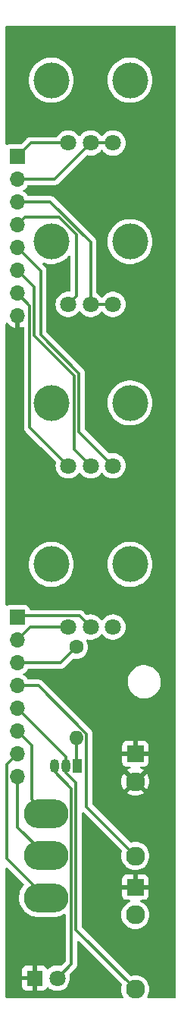
<source format=gtl>
G04 #@! TF.GenerationSoftware,KiCad,Pcbnew,7.0.7-7.0.7~ubuntu22.04.1*
G04 #@! TF.CreationDate,2023-09-25T23:33:45+02:00*
G04 #@! TF.ProjectId,Basic-ADSR,42617369-632d-4414-9453-522e6b696361,rev?*
G04 #@! TF.SameCoordinates,Original*
G04 #@! TF.FileFunction,Copper,L1,Top*
G04 #@! TF.FilePolarity,Positive*
%FSLAX46Y46*%
G04 Gerber Fmt 4.6, Leading zero omitted, Abs format (unit mm)*
G04 Created by KiCad (PCBNEW 7.0.7-7.0.7~ubuntu22.04.1) date 2023-09-25 23:33:45*
%MOMM*%
%LPD*%
G01*
G04 APERTURE LIST*
G04 #@! TA.AperFunction,ComponentPad*
%ADD10R,1.800000X1.800000*%
G04 #@! TD*
G04 #@! TA.AperFunction,ComponentPad*
%ADD11C,1.800000*%
G04 #@! TD*
G04 #@! TA.AperFunction,WasherPad*
%ADD12C,4.000000*%
G04 #@! TD*
G04 #@! TA.AperFunction,ComponentPad*
%ADD13C,1.600000*%
G04 #@! TD*
G04 #@! TA.AperFunction,ComponentPad*
%ADD14O,1.600000X1.600000*%
G04 #@! TD*
G04 #@! TA.AperFunction,ComponentPad*
%ADD15O,5.000000X3.200000*%
G04 #@! TD*
G04 #@! TA.AperFunction,ComponentPad*
%ADD16R,1.930000X1.830000*%
G04 #@! TD*
G04 #@! TA.AperFunction,ComponentPad*
%ADD17C,2.130000*%
G04 #@! TD*
G04 #@! TA.AperFunction,ComponentPad*
%ADD18R,1.050000X1.500000*%
G04 #@! TD*
G04 #@! TA.AperFunction,ComponentPad*
%ADD19O,1.050000X1.500000*%
G04 #@! TD*
G04 #@! TA.AperFunction,ComponentPad*
%ADD20R,1.700000X1.700000*%
G04 #@! TD*
G04 #@! TA.AperFunction,ComponentPad*
%ADD21O,1.700000X1.700000*%
G04 #@! TD*
G04 #@! TA.AperFunction,Conductor*
%ADD22C,0.300000*%
G04 #@! TD*
G04 APERTURE END LIST*
D10*
X67725000Y-140750000D03*
D11*
X70265000Y-140750000D03*
D12*
X69600000Y-76600000D03*
X78400000Y-76600000D03*
D11*
X71500000Y-83600000D03*
X74000000Y-83600000D03*
X76500000Y-83600000D03*
D13*
X72400000Y-103820000D03*
D14*
X72400000Y-113980000D03*
D12*
X69600000Y-58600000D03*
X78400000Y-58600000D03*
D11*
X71500000Y-65600000D03*
X74000000Y-65600000D03*
X76500000Y-65600000D03*
D12*
X69600000Y-94600000D03*
X78400000Y-94600000D03*
D11*
X71500000Y-101600000D03*
X74000000Y-101600000D03*
X76500000Y-101600000D03*
D15*
X69000000Y-131800000D03*
X69000000Y-127100000D03*
X69000000Y-122400000D03*
D16*
X79000000Y-130600000D03*
D17*
X79000000Y-142000000D03*
X79000000Y-133700000D03*
D16*
X79000000Y-115720000D03*
D17*
X79000000Y-127120000D03*
X79000000Y-118820000D03*
D12*
X69600000Y-40600000D03*
X78400000Y-40600000D03*
D11*
X71500000Y-47600000D03*
X74000000Y-47600000D03*
X76500000Y-47600000D03*
D18*
X72470000Y-117100000D03*
D19*
X71200000Y-117100000D03*
X69930000Y-117100000D03*
D20*
X65800000Y-49100000D03*
D21*
X65800000Y-51640000D03*
X65800000Y-54180000D03*
X65800000Y-56720000D03*
X65800000Y-59260000D03*
X65800000Y-61800000D03*
X65800000Y-64340000D03*
X65800000Y-66880000D03*
D20*
X65800000Y-100500000D03*
D21*
X65800000Y-103040000D03*
X65800000Y-105580000D03*
X65800000Y-108120000D03*
X65800000Y-110660000D03*
X65800000Y-113200000D03*
X65800000Y-115740000D03*
X65800000Y-118280000D03*
D22*
X65800000Y-105580000D02*
X70640000Y-105580000D01*
X70640000Y-105580000D02*
X72400000Y-103820000D01*
X69960000Y-51640000D02*
X65800000Y-51640000D01*
X74000000Y-47600000D02*
X76500000Y-47600000D01*
X74000000Y-47600000D02*
X69960000Y-51640000D01*
X67300000Y-47600000D02*
X65800000Y-49100000D01*
X71500000Y-47600000D02*
X67300000Y-47600000D01*
X67400000Y-114800000D02*
X65800000Y-113200000D01*
X67400000Y-120800000D02*
X67400000Y-114800000D01*
X69000000Y-122400000D02*
X67400000Y-120800000D01*
X64600000Y-116940000D02*
X65800000Y-115740000D01*
X64600000Y-127400000D02*
X64600000Y-116940000D01*
X69000000Y-131800000D02*
X64600000Y-127400000D01*
X71500000Y-101600000D02*
X67240000Y-101600000D01*
X67240000Y-101600000D02*
X65800000Y-103040000D01*
X71500000Y-65600000D02*
X72400000Y-64700000D01*
X72400000Y-64700000D02*
X72400000Y-57800000D01*
X72400000Y-57800000D02*
X70470000Y-55870000D01*
X70470000Y-55870000D02*
X66650000Y-55870000D01*
X66650000Y-55870000D02*
X65800000Y-56720000D01*
X72350000Y-118955000D02*
X71200000Y-117805000D01*
X79000000Y-142000000D02*
X72350000Y-135350000D01*
X71200000Y-116060000D02*
X65800000Y-110660000D01*
X71200000Y-117805000D02*
X71200000Y-117100000D01*
X72350000Y-135350000D02*
X72350000Y-118955000D01*
X71200000Y-117100000D02*
X71200000Y-116060000D01*
X76500000Y-65600000D02*
X74000000Y-65600000D01*
X74000000Y-58692894D02*
X69487106Y-54180000D01*
X74000000Y-65600000D02*
X74000000Y-58692894D01*
X69487106Y-54180000D02*
X65800000Y-54180000D01*
X73550000Y-113503654D02*
X68166346Y-108120000D01*
X73550000Y-121670000D02*
X73550000Y-113503654D01*
X79000000Y-127120000D02*
X73550000Y-121670000D01*
X68166346Y-108120000D02*
X65800000Y-108120000D01*
X68400000Y-69000000D02*
X68400000Y-61860000D01*
X72700000Y-79800000D02*
X72700000Y-73300000D01*
X68400000Y-61860000D02*
X65800000Y-59260000D01*
X72700000Y-73300000D02*
X68400000Y-69000000D01*
X76500000Y-83600000D02*
X72700000Y-79800000D01*
X67700000Y-69100000D02*
X67700000Y-63700000D01*
X74000000Y-83600000D02*
X72200000Y-81800000D01*
X72200000Y-81800000D02*
X72200000Y-73600000D01*
X72200000Y-73600000D02*
X67700000Y-69100000D01*
X67700000Y-63700000D02*
X65800000Y-61800000D01*
X67200000Y-65740000D02*
X65800000Y-64340000D01*
X71500000Y-83600000D02*
X67200000Y-79300000D01*
X67200000Y-79300000D02*
X67200000Y-65740000D01*
X65950000Y-100350000D02*
X65800000Y-100500000D01*
X72750000Y-100350000D02*
X65950000Y-100350000D01*
X74000000Y-101600000D02*
X72750000Y-100350000D01*
X71850000Y-119620000D02*
X71850000Y-139165000D01*
X71850000Y-139165000D02*
X70265000Y-140750000D01*
X69930000Y-117100000D02*
X69930000Y-117700000D01*
X69930000Y-117700000D02*
X71850000Y-119620000D01*
X72400000Y-117030000D02*
X72470000Y-117100000D01*
X72400000Y-113980000D02*
X72400000Y-117030000D01*
X69000000Y-127100000D02*
X65800000Y-123900000D01*
X65800000Y-123900000D02*
X65800000Y-118280000D01*
G04 #@! TA.AperFunction,Conductor*
G36*
X64705703Y-128437409D02*
G01*
X64712181Y-128443441D01*
X66508055Y-130239315D01*
X66541540Y-130300638D01*
X66536556Y-130370330D01*
X66516562Y-130405251D01*
X66373393Y-130581228D01*
X66223516Y-130827690D01*
X66108600Y-131092254D01*
X66030778Y-131370004D01*
X66030777Y-131370011D01*
X65991500Y-131655775D01*
X65991500Y-131944225D01*
X66020696Y-132156647D01*
X66030777Y-132229988D01*
X66030778Y-132229995D01*
X66108600Y-132507745D01*
X66223516Y-132772309D01*
X66373393Y-133018771D01*
X66555428Y-133242522D01*
X66766236Y-133439404D01*
X66766238Y-133439405D01*
X66766242Y-133439409D01*
X67001896Y-133605752D01*
X67001895Y-133605752D01*
X67001897Y-133605753D01*
X67258008Y-133738459D01*
X67456030Y-133808836D01*
X67529798Y-133835053D01*
X67529814Y-133835058D01*
X67730319Y-133876722D01*
X67812220Y-133893741D01*
X67812221Y-133893742D01*
X67848180Y-133896201D01*
X68027971Y-133908500D01*
X68027976Y-133908500D01*
X69972024Y-133908500D01*
X69972029Y-133908500D01*
X70187778Y-133893742D01*
X70314870Y-133867331D01*
X70470185Y-133835058D01*
X70470191Y-133835055D01*
X70470196Y-133835055D01*
X70741992Y-133738459D01*
X70998103Y-133605753D01*
X70998107Y-133605750D01*
X71001724Y-133603551D01*
X71002602Y-133604996D01*
X71062065Y-133584666D01*
X71129903Y-133601394D01*
X71177928Y-133652141D01*
X71191500Y-133708547D01*
X71191500Y-138840877D01*
X71171815Y-138907916D01*
X71155181Y-138928558D01*
X70735074Y-139348664D01*
X70673751Y-139382149D01*
X70617446Y-139379118D01*
X70616925Y-139381179D01*
X70611956Y-139379920D01*
X70420085Y-139347903D01*
X70381712Y-139341500D01*
X70148288Y-139341500D01*
X70105356Y-139348664D01*
X69918045Y-139379920D01*
X69697280Y-139455710D01*
X69697266Y-139455716D01*
X69491988Y-139566806D01*
X69491985Y-139566808D01*
X69307781Y-139710181D01*
X69307776Y-139710185D01*
X69301346Y-139717170D01*
X69241457Y-139753157D01*
X69171619Y-139751052D01*
X69114005Y-139711524D01*
X69093940Y-139676513D01*
X69068355Y-139607915D01*
X69068350Y-139607906D01*
X68982190Y-139492812D01*
X68982187Y-139492809D01*
X68867093Y-139406649D01*
X68867086Y-139406645D01*
X68732379Y-139356403D01*
X68732372Y-139356401D01*
X68672844Y-139350000D01*
X67975000Y-139350000D01*
X67975000Y-140188178D01*
X67955315Y-140255217D01*
X67902511Y-140300972D01*
X67833353Y-140310916D01*
X67814454Y-140306670D01*
X67792829Y-140300000D01*
X67792827Y-140300000D01*
X67691276Y-140300000D01*
X67691268Y-140300000D01*
X67617481Y-140311122D01*
X67548256Y-140301649D01*
X67495143Y-140256254D01*
X67475003Y-140189350D01*
X67475000Y-140188507D01*
X67475000Y-139350000D01*
X66777155Y-139350000D01*
X66717627Y-139356401D01*
X66717620Y-139356403D01*
X66582913Y-139406645D01*
X66582906Y-139406649D01*
X66467812Y-139492809D01*
X66467809Y-139492812D01*
X66381649Y-139607906D01*
X66381645Y-139607913D01*
X66331403Y-139742620D01*
X66331401Y-139742627D01*
X66325000Y-139802155D01*
X66325000Y-140500000D01*
X67164997Y-140500000D01*
X67232036Y-140519685D01*
X67277791Y-140572489D01*
X67287735Y-140641647D01*
X67285888Y-140651592D01*
X67271189Y-140715992D01*
X67271189Y-140715993D01*
X67282021Y-140860532D01*
X67279920Y-140860689D01*
X67276405Y-140918139D01*
X67235110Y-140974499D01*
X67169899Y-140999587D01*
X67159784Y-141000000D01*
X66325000Y-141000000D01*
X66325000Y-141697844D01*
X66331401Y-141757372D01*
X66331403Y-141757379D01*
X66381645Y-141892086D01*
X66381649Y-141892093D01*
X66467809Y-142007187D01*
X66467812Y-142007190D01*
X66582906Y-142093350D01*
X66582913Y-142093354D01*
X66717620Y-142143596D01*
X66717627Y-142143598D01*
X66777155Y-142149999D01*
X66777172Y-142150000D01*
X67475000Y-142150000D01*
X67475000Y-141311821D01*
X67494685Y-141244782D01*
X67547489Y-141199027D01*
X67616647Y-141189083D01*
X67635547Y-141193329D01*
X67657173Y-141200000D01*
X67758723Y-141200000D01*
X67758724Y-141200000D01*
X67832519Y-141188877D01*
X67901742Y-141198350D01*
X67954857Y-141243744D01*
X67974997Y-141310648D01*
X67975000Y-141311492D01*
X67975000Y-142150000D01*
X68672828Y-142150000D01*
X68672844Y-142149999D01*
X68732372Y-142143598D01*
X68732379Y-142143596D01*
X68867086Y-142093354D01*
X68867093Y-142093350D01*
X68982187Y-142007190D01*
X68982190Y-142007187D01*
X69068350Y-141892093D01*
X69068355Y-141892084D01*
X69093940Y-141823486D01*
X69135810Y-141767552D01*
X69201274Y-141743134D01*
X69269547Y-141757985D01*
X69301349Y-141782832D01*
X69307780Y-141789818D01*
X69491983Y-141933190D01*
X69491985Y-141933191D01*
X69491988Y-141933193D01*
X69611331Y-141997777D01*
X69697273Y-142044287D01*
X69811914Y-142083643D01*
X69918045Y-142120079D01*
X69918047Y-142120079D01*
X69918049Y-142120080D01*
X70148288Y-142158500D01*
X70148289Y-142158500D01*
X70381711Y-142158500D01*
X70381712Y-142158500D01*
X70611951Y-142120080D01*
X70832727Y-142044287D01*
X71038017Y-141933190D01*
X71222220Y-141789818D01*
X71380314Y-141618083D01*
X71507984Y-141422669D01*
X71601749Y-141208907D01*
X71659051Y-140982626D01*
X71678327Y-140750000D01*
X71675509Y-140715993D01*
X71659052Y-140517382D01*
X71659050Y-140517370D01*
X71629838Y-140402015D01*
X71632463Y-140332195D01*
X71662361Y-140283896D01*
X72254543Y-139691715D01*
X72267211Y-139681568D01*
X72267065Y-139681392D01*
X72273071Y-139676421D01*
X72273080Y-139676416D01*
X72322960Y-139623298D01*
X72344926Y-139601333D01*
X72349488Y-139595451D01*
X72353280Y-139591010D01*
X72386972Y-139555133D01*
X72397375Y-139536208D01*
X72408061Y-139519940D01*
X72421304Y-139502869D01*
X72440850Y-139457699D01*
X72443410Y-139452470D01*
X72467124Y-139409337D01*
X72472496Y-139388409D01*
X72478796Y-139370009D01*
X72487379Y-139350177D01*
X72495077Y-139301571D01*
X72496257Y-139295865D01*
X72508500Y-139248188D01*
X72508500Y-139226581D01*
X72510027Y-139207180D01*
X72513406Y-139185849D01*
X72508775Y-139136858D01*
X72508500Y-139131020D01*
X72508500Y-136739122D01*
X72528185Y-136672083D01*
X72580989Y-136626328D01*
X72650147Y-136616384D01*
X72713703Y-136645409D01*
X72720181Y-136651441D01*
X77465677Y-141396937D01*
X77499162Y-141458260D01*
X77498570Y-141513565D01*
X77441065Y-141753091D01*
X77421634Y-141999999D01*
X77441065Y-142246906D01*
X77441065Y-142246909D01*
X77441066Y-142246911D01*
X77498885Y-142487742D01*
X77498886Y-142487744D01*
X77593665Y-142716563D01*
X77651359Y-142810710D01*
X77669604Y-142878156D01*
X77648488Y-142944758D01*
X77594716Y-142989372D01*
X77545632Y-142999500D01*
X64624500Y-142999500D01*
X64557461Y-142979815D01*
X64511706Y-142927011D01*
X64500500Y-142875500D01*
X64500500Y-128531122D01*
X64520185Y-128464083D01*
X64572989Y-128418328D01*
X64642147Y-128408384D01*
X64705703Y-128437409D01*
G37*
G04 #@! TD.AperFunction*
G04 #@! TA.AperFunction,Conductor*
G36*
X83442539Y-34520185D02*
G01*
X83488294Y-34572989D01*
X83499500Y-34624500D01*
X83499500Y-142875500D01*
X83479815Y-142942539D01*
X83427011Y-142988294D01*
X83375500Y-142999500D01*
X80454368Y-142999500D01*
X80387329Y-142979815D01*
X80341574Y-142927011D01*
X80331630Y-142857853D01*
X80348641Y-142810710D01*
X80406334Y-142716563D01*
X80406333Y-142716562D01*
X80501115Y-142487742D01*
X80558934Y-142246911D01*
X80578366Y-142000000D01*
X80558934Y-141753089D01*
X80501115Y-141512258D01*
X80406334Y-141283437D01*
X80276925Y-141072260D01*
X80116073Y-140883927D01*
X79927740Y-140723075D01*
X79716563Y-140593666D01*
X79716562Y-140593665D01*
X79716558Y-140593663D01*
X79523416Y-140513662D01*
X79487742Y-140498885D01*
X79246911Y-140441066D01*
X79246909Y-140441065D01*
X79246906Y-140441065D01*
X79028358Y-140423865D01*
X79000000Y-140421634D01*
X78999999Y-140421634D01*
X78753091Y-140441065D01*
X78513564Y-140498570D01*
X78443781Y-140495079D01*
X78396936Y-140465677D01*
X73044819Y-135113559D01*
X73011334Y-135052236D01*
X73008500Y-135025878D01*
X73008500Y-133700000D01*
X77421634Y-133700000D01*
X77441065Y-133946906D01*
X77441065Y-133946909D01*
X77441066Y-133946911D01*
X77498885Y-134187742D01*
X77498886Y-134187744D01*
X77593663Y-134416558D01*
X77593665Y-134416562D01*
X77593666Y-134416563D01*
X77723075Y-134627740D01*
X77883927Y-134816073D01*
X78072260Y-134976925D01*
X78283437Y-135106334D01*
X78283439Y-135106334D01*
X78283441Y-135106336D01*
X78354786Y-135135888D01*
X78512258Y-135201115D01*
X78753089Y-135258934D01*
X79000000Y-135278366D01*
X79246911Y-135258934D01*
X79487742Y-135201115D01*
X79716563Y-135106334D01*
X79927740Y-134976925D01*
X80116073Y-134816073D01*
X80276925Y-134627740D01*
X80406334Y-134416563D01*
X80501115Y-134187742D01*
X80558934Y-133946911D01*
X80578366Y-133700000D01*
X80558934Y-133453089D01*
X80501115Y-133212258D01*
X80406334Y-132983437D01*
X80276925Y-132772260D01*
X80116073Y-132583927D01*
X79927740Y-132423075D01*
X79716563Y-132293666D01*
X79716561Y-132293665D01*
X79716556Y-132293662D01*
X79619742Y-132253561D01*
X79565338Y-132209720D01*
X79543273Y-132143426D01*
X79560552Y-132075727D01*
X79611689Y-132028116D01*
X79667194Y-132015000D01*
X80012828Y-132015000D01*
X80012844Y-132014999D01*
X80072372Y-132008598D01*
X80072379Y-132008596D01*
X80207086Y-131958354D01*
X80207093Y-131958350D01*
X80322187Y-131872190D01*
X80322190Y-131872187D01*
X80408350Y-131757093D01*
X80408354Y-131757086D01*
X80458596Y-131622379D01*
X80458598Y-131622372D01*
X80464999Y-131562844D01*
X80465000Y-131562827D01*
X80465000Y-130850000D01*
X79723199Y-130850000D01*
X79656160Y-130830315D01*
X79610405Y-130777511D01*
X79600461Y-130708353D01*
X79601396Y-130702764D01*
X79613635Y-130638607D01*
X79603957Y-130484789D01*
X79603956Y-130484788D01*
X79603768Y-130481787D01*
X79619204Y-130413643D01*
X79669030Y-130364663D01*
X79727523Y-130350000D01*
X80465000Y-130350000D01*
X80465000Y-129637172D01*
X80464999Y-129637155D01*
X80458598Y-129577627D01*
X80458596Y-129577620D01*
X80408354Y-129442913D01*
X80408350Y-129442906D01*
X80322190Y-129327812D01*
X80322187Y-129327809D01*
X80207093Y-129241649D01*
X80207086Y-129241645D01*
X80072379Y-129191403D01*
X80072372Y-129191401D01*
X80012844Y-129185000D01*
X79250000Y-129185000D01*
X79250000Y-129874543D01*
X79230315Y-129941582D01*
X79177511Y-129987337D01*
X79108353Y-129997281D01*
X79095166Y-129994648D01*
X79077064Y-129990000D01*
X79077061Y-129990000D01*
X78961625Y-129990000D01*
X78961615Y-129990000D01*
X78889542Y-129999106D01*
X78820564Y-129987979D01*
X78768551Y-129941327D01*
X78750000Y-129876084D01*
X78750000Y-129185000D01*
X77987155Y-129185000D01*
X77927627Y-129191401D01*
X77927620Y-129191403D01*
X77792913Y-129241645D01*
X77792906Y-129241649D01*
X77677812Y-129327809D01*
X77677809Y-129327812D01*
X77591649Y-129442906D01*
X77591645Y-129442913D01*
X77541403Y-129577620D01*
X77541401Y-129577627D01*
X77535000Y-129637155D01*
X77535000Y-130350000D01*
X78276801Y-130350000D01*
X78343840Y-130369685D01*
X78389595Y-130422489D01*
X78399539Y-130491647D01*
X78398604Y-130497236D01*
X78386365Y-130561392D01*
X78386365Y-130561393D01*
X78396232Y-130718213D01*
X78380796Y-130786357D01*
X78330970Y-130835337D01*
X78272477Y-130850000D01*
X77535000Y-130850000D01*
X77535000Y-131562844D01*
X77541401Y-131622372D01*
X77541403Y-131622379D01*
X77591645Y-131757086D01*
X77591649Y-131757093D01*
X77677809Y-131872187D01*
X77677812Y-131872190D01*
X77792906Y-131958350D01*
X77792913Y-131958354D01*
X77927620Y-132008596D01*
X77927627Y-132008598D01*
X77987155Y-132014999D01*
X77987172Y-132015000D01*
X78332806Y-132015000D01*
X78399845Y-132034685D01*
X78445600Y-132087489D01*
X78455544Y-132156647D01*
X78426519Y-132220203D01*
X78380258Y-132253561D01*
X78283443Y-132293662D01*
X78072259Y-132423075D01*
X77883927Y-132583927D01*
X77723075Y-132772259D01*
X77593663Y-132983441D01*
X77498886Y-133212255D01*
X77441065Y-133453093D01*
X77421634Y-133700000D01*
X73008500Y-133700000D01*
X73008500Y-122359122D01*
X73028185Y-122292083D01*
X73080989Y-122246328D01*
X73150147Y-122236384D01*
X73213703Y-122265409D01*
X73220181Y-122271441D01*
X77465677Y-126516937D01*
X77499162Y-126578260D01*
X77498570Y-126633565D01*
X77441065Y-126873091D01*
X77421634Y-127119999D01*
X77441065Y-127366906D01*
X77441065Y-127366909D01*
X77441066Y-127366911D01*
X77498885Y-127607742D01*
X77498886Y-127607744D01*
X77593663Y-127836558D01*
X77593665Y-127836562D01*
X77593666Y-127836563D01*
X77723075Y-128047740D01*
X77883927Y-128236073D01*
X78072260Y-128396925D01*
X78283437Y-128526334D01*
X78283439Y-128526334D01*
X78283441Y-128526336D01*
X78294996Y-128531122D01*
X78512258Y-128621115D01*
X78753089Y-128678934D01*
X79000000Y-128698366D01*
X79246911Y-128678934D01*
X79487742Y-128621115D01*
X79716563Y-128526334D01*
X79927740Y-128396925D01*
X80116073Y-128236073D01*
X80276925Y-128047740D01*
X80406334Y-127836563D01*
X80501115Y-127607742D01*
X80558934Y-127366911D01*
X80578366Y-127120000D01*
X80558934Y-126873089D01*
X80501115Y-126632258D01*
X80406334Y-126403437D01*
X80276925Y-126192260D01*
X80116073Y-126003927D01*
X79927740Y-125843075D01*
X79716563Y-125713666D01*
X79716562Y-125713665D01*
X79716558Y-125713663D01*
X79487744Y-125618886D01*
X79487742Y-125618885D01*
X79246911Y-125561066D01*
X79246909Y-125561065D01*
X79246906Y-125561065D01*
X79000000Y-125541634D01*
X78753091Y-125561065D01*
X78513565Y-125618570D01*
X78443782Y-125615079D01*
X78396937Y-125585677D01*
X74244819Y-121433559D01*
X74211334Y-121372236D01*
X74208500Y-121345878D01*
X74208500Y-118819999D01*
X77430161Y-118819999D01*
X77449487Y-119065574D01*
X77506992Y-119305102D01*
X77601262Y-119532692D01*
X77727597Y-119738849D01*
X78237807Y-119228638D01*
X78299130Y-119195153D01*
X78368821Y-119200137D01*
X78418303Y-119234092D01*
X78525723Y-119355344D01*
X78525725Y-119355346D01*
X78576313Y-119390264D01*
X78576314Y-119390265D01*
X78620304Y-119444548D01*
X78627964Y-119513996D01*
X78596861Y-119576561D01*
X78593555Y-119579996D01*
X78081149Y-120092401D01*
X78081149Y-120092402D01*
X78287307Y-120218737D01*
X78514897Y-120313007D01*
X78754426Y-120370512D01*
X78754425Y-120370512D01*
X79000000Y-120389838D01*
X79245574Y-120370512D01*
X79485102Y-120313007D01*
X79712689Y-120218738D01*
X79918849Y-120092401D01*
X79406443Y-119579996D01*
X79372958Y-119518673D01*
X79377942Y-119448982D01*
X79419813Y-119393048D01*
X79423650Y-119390289D01*
X79474275Y-119355346D01*
X79581697Y-119234091D01*
X79640883Y-119196967D01*
X79710749Y-119197734D01*
X79762191Y-119228639D01*
X80272401Y-119738849D01*
X80398738Y-119532689D01*
X80493007Y-119305102D01*
X80550512Y-119065574D01*
X80569838Y-118820000D01*
X80550512Y-118574425D01*
X80493007Y-118334897D01*
X80398737Y-118107307D01*
X80272401Y-117901149D01*
X79762191Y-118411360D01*
X79700868Y-118444845D01*
X79631176Y-118439861D01*
X79581695Y-118405906D01*
X79474275Y-118284654D01*
X79474274Y-118284653D01*
X79474273Y-118284652D01*
X79423683Y-118249732D01*
X79379693Y-118195449D01*
X79372034Y-118126001D01*
X79403138Y-118063436D01*
X79406443Y-118060002D01*
X79918849Y-117547597D01*
X79918849Y-117547596D01*
X79712691Y-117421262D01*
X79712688Y-117421260D01*
X79597530Y-117373561D01*
X79543126Y-117329720D01*
X79521061Y-117263426D01*
X79538340Y-117195727D01*
X79589477Y-117148116D01*
X79644982Y-117135000D01*
X80012828Y-117135000D01*
X80012844Y-117134999D01*
X80072372Y-117128598D01*
X80072379Y-117128596D01*
X80207086Y-117078354D01*
X80207093Y-117078350D01*
X80322187Y-116992190D01*
X80322190Y-116992187D01*
X80408350Y-116877093D01*
X80408354Y-116877086D01*
X80458596Y-116742379D01*
X80458598Y-116742372D01*
X80464999Y-116682844D01*
X80465000Y-116682827D01*
X80465000Y-115970000D01*
X79723199Y-115970000D01*
X79656160Y-115950315D01*
X79610405Y-115897511D01*
X79600461Y-115828353D01*
X79601396Y-115822764D01*
X79613635Y-115758607D01*
X79603957Y-115604789D01*
X79603956Y-115604788D01*
X79603768Y-115601787D01*
X79619204Y-115533643D01*
X79669030Y-115484663D01*
X79727523Y-115470000D01*
X80465000Y-115470000D01*
X80465000Y-114757172D01*
X80464999Y-114757155D01*
X80458598Y-114697627D01*
X80458596Y-114697620D01*
X80408354Y-114562913D01*
X80408350Y-114562906D01*
X80322190Y-114447812D01*
X80322187Y-114447809D01*
X80207093Y-114361649D01*
X80207086Y-114361645D01*
X80072379Y-114311403D01*
X80072372Y-114311401D01*
X80012844Y-114305000D01*
X79250000Y-114305000D01*
X79250000Y-114994543D01*
X79230315Y-115061582D01*
X79177511Y-115107337D01*
X79108353Y-115117281D01*
X79095166Y-115114648D01*
X79077064Y-115110000D01*
X79077061Y-115110000D01*
X78961625Y-115110000D01*
X78961615Y-115110000D01*
X78889542Y-115119106D01*
X78820564Y-115107979D01*
X78768551Y-115061327D01*
X78750000Y-114996084D01*
X78750000Y-114305000D01*
X77987155Y-114305000D01*
X77927627Y-114311401D01*
X77927620Y-114311403D01*
X77792913Y-114361645D01*
X77792906Y-114361649D01*
X77677812Y-114447809D01*
X77677809Y-114447812D01*
X77591649Y-114562906D01*
X77591645Y-114562913D01*
X77541403Y-114697620D01*
X77541401Y-114697627D01*
X77535000Y-114757155D01*
X77535000Y-115470000D01*
X78276801Y-115470000D01*
X78343840Y-115489685D01*
X78389595Y-115542489D01*
X78399539Y-115611647D01*
X78398604Y-115617236D01*
X78386365Y-115681392D01*
X78386365Y-115681393D01*
X78396232Y-115838213D01*
X78380796Y-115906357D01*
X78330970Y-115955337D01*
X78272477Y-115970000D01*
X77535000Y-115970000D01*
X77535000Y-116682844D01*
X77541401Y-116742372D01*
X77541403Y-116742379D01*
X77591645Y-116877086D01*
X77591649Y-116877093D01*
X77677809Y-116992187D01*
X77677812Y-116992190D01*
X77792906Y-117078350D01*
X77792913Y-117078354D01*
X77927620Y-117128596D01*
X77927627Y-117128598D01*
X77987155Y-117134999D01*
X77987172Y-117135000D01*
X78355018Y-117135000D01*
X78422057Y-117154685D01*
X78467812Y-117207489D01*
X78477756Y-117276647D01*
X78448731Y-117340203D01*
X78402470Y-117373561D01*
X78287311Y-117421260D01*
X78287308Y-117421262D01*
X78081149Y-117547597D01*
X78593556Y-118060003D01*
X78627041Y-118121326D01*
X78622057Y-118191017D01*
X78580186Y-118246951D01*
X78576315Y-118249734D01*
X78525723Y-118284655D01*
X78418304Y-118405906D01*
X78359115Y-118443033D01*
X78289249Y-118442265D01*
X78237808Y-118411360D01*
X77727597Y-117901149D01*
X77601262Y-118107307D01*
X77506992Y-118334897D01*
X77449487Y-118574425D01*
X77430161Y-118819999D01*
X74208500Y-118819999D01*
X74208500Y-113590045D01*
X74210282Y-113573901D01*
X74210055Y-113573880D01*
X74210787Y-113566124D01*
X74210789Y-113566117D01*
X74208500Y-113493279D01*
X74208500Y-113462222D01*
X74207565Y-113454831D01*
X74207108Y-113449013D01*
X74206334Y-113424373D01*
X74205563Y-113399823D01*
X74199534Y-113379075D01*
X74195589Y-113360024D01*
X74192882Y-113338590D01*
X74174756Y-113292810D01*
X74172881Y-113287334D01*
X74159145Y-113240054D01*
X74148149Y-113221462D01*
X74139589Y-113203989D01*
X74138010Y-113200000D01*
X74131635Y-113183898D01*
X74131631Y-113183892D01*
X74102711Y-113144088D01*
X74099502Y-113139203D01*
X74087979Y-113119719D01*
X74074453Y-113096847D01*
X74074449Y-113096843D01*
X74074446Y-113096839D01*
X74059175Y-113081568D01*
X74046537Y-113066772D01*
X74033839Y-113049294D01*
X73995921Y-113017926D01*
X73991598Y-113013992D01*
X68745369Y-107767763D01*
X78145787Y-107767763D01*
X78175413Y-108037013D01*
X78175415Y-108037024D01*
X78243926Y-108299082D01*
X78243928Y-108299088D01*
X78349870Y-108548390D01*
X78421998Y-108666575D01*
X78490979Y-108779605D01*
X78490986Y-108779615D01*
X78664253Y-108987819D01*
X78664259Y-108987824D01*
X78825649Y-109132429D01*
X78865998Y-109168582D01*
X79091910Y-109318044D01*
X79337176Y-109433020D01*
X79337183Y-109433022D01*
X79337185Y-109433023D01*
X79596557Y-109511057D01*
X79596564Y-109511058D01*
X79596569Y-109511060D01*
X79864561Y-109550500D01*
X79864566Y-109550500D01*
X80067636Y-109550500D01*
X80119133Y-109546730D01*
X80270156Y-109535677D01*
X80382758Y-109510593D01*
X80534546Y-109476782D01*
X80534548Y-109476781D01*
X80534553Y-109476780D01*
X80787558Y-109380014D01*
X81023777Y-109247441D01*
X81238177Y-109081888D01*
X81426186Y-108886881D01*
X81583799Y-108666579D01*
X81657967Y-108522321D01*
X81707649Y-108425690D01*
X81707651Y-108425684D01*
X81707656Y-108425675D01*
X81795118Y-108169305D01*
X81844319Y-107902933D01*
X81854212Y-107632235D01*
X81824586Y-107362982D01*
X81756072Y-107100912D01*
X81650130Y-106851610D01*
X81509018Y-106620390D01*
X81477824Y-106582906D01*
X81335746Y-106412180D01*
X81335740Y-106412175D01*
X81134002Y-106231418D01*
X80908092Y-106081957D01*
X80869447Y-106063841D01*
X80662824Y-105966980D01*
X80662819Y-105966978D01*
X80662814Y-105966976D01*
X80403442Y-105888942D01*
X80403428Y-105888939D01*
X80287791Y-105871921D01*
X80135439Y-105849500D01*
X79932369Y-105849500D01*
X79932364Y-105849500D01*
X79729844Y-105864323D01*
X79729831Y-105864325D01*
X79465453Y-105923217D01*
X79465446Y-105923220D01*
X79212439Y-106019987D01*
X78976226Y-106152557D01*
X78976224Y-106152558D01*
X78976223Y-106152559D01*
X78943080Y-106178151D01*
X78761822Y-106318112D01*
X78573822Y-106513109D01*
X78573816Y-106513116D01*
X78416202Y-106733419D01*
X78416199Y-106733424D01*
X78292350Y-106974309D01*
X78292343Y-106974327D01*
X78204884Y-107230685D01*
X78204882Y-107230695D01*
X78156765Y-107491201D01*
X78155681Y-107497068D01*
X78155680Y-107497075D01*
X78145787Y-107767763D01*
X68745369Y-107767763D01*
X68693063Y-107715457D01*
X68682910Y-107702785D01*
X68682734Y-107702931D01*
X68677765Y-107696926D01*
X68677762Y-107696920D01*
X68652100Y-107672822D01*
X68624661Y-107647054D01*
X68602679Y-107625072D01*
X68596785Y-107620501D01*
X68592348Y-107616711D01*
X68556479Y-107583028D01*
X68556477Y-107583026D01*
X68537546Y-107572619D01*
X68521294Y-107561944D01*
X68504214Y-107548696D01*
X68504210Y-107548694D01*
X68459048Y-107529150D01*
X68453801Y-107526580D01*
X68410683Y-107502875D01*
X68410684Y-107502875D01*
X68389757Y-107497502D01*
X68371352Y-107491201D01*
X68351520Y-107482619D01*
X68302915Y-107474921D01*
X68297193Y-107473736D01*
X68263534Y-107465094D01*
X68249534Y-107461500D01*
X68249533Y-107461500D01*
X68227927Y-107461500D01*
X68208529Y-107459973D01*
X68199949Y-107458614D01*
X68187195Y-107456594D01*
X68187194Y-107456594D01*
X68138201Y-107461225D01*
X68132365Y-107461500D01*
X67059623Y-107461500D01*
X66992584Y-107441815D01*
X66955815Y-107405322D01*
X66895573Y-107313116D01*
X66875722Y-107282732D01*
X66875719Y-107282729D01*
X66875715Y-107282723D01*
X66723243Y-107117097D01*
X66723238Y-107117092D01*
X66545577Y-106978812D01*
X66545578Y-106978812D01*
X66545576Y-106978811D01*
X66509070Y-106959055D01*
X66459479Y-106909836D01*
X66444371Y-106841619D01*
X66468541Y-106776064D01*
X66509070Y-106740945D01*
X66509084Y-106740936D01*
X66545576Y-106721189D01*
X66723240Y-106582906D01*
X66875722Y-106417268D01*
X66940504Y-106318112D01*
X66955815Y-106294678D01*
X67008961Y-106249321D01*
X67059623Y-106238500D01*
X70553609Y-106238500D01*
X70569746Y-106240281D01*
X70569768Y-106240054D01*
X70577534Y-106240788D01*
X70577536Y-106240787D01*
X70577537Y-106240788D01*
X70650342Y-106238500D01*
X70681432Y-106238500D01*
X70688822Y-106237566D01*
X70694651Y-106237107D01*
X70743831Y-106235562D01*
X70764583Y-106229532D01*
X70783621Y-106225590D01*
X70805064Y-106222882D01*
X70850834Y-106204760D01*
X70856348Y-106202873D01*
X70882875Y-106195165D01*
X70903600Y-106189145D01*
X70922196Y-106178146D01*
X70939664Y-106169589D01*
X70959756Y-106161635D01*
X70999582Y-106132698D01*
X71004441Y-106129506D01*
X71046807Y-106104453D01*
X71062090Y-106089168D01*
X71076873Y-106076542D01*
X71094357Y-106063841D01*
X71125731Y-106025914D01*
X71129645Y-106021613D01*
X72015454Y-105135804D01*
X72076775Y-105102321D01*
X72135228Y-105103712D01*
X72171913Y-105113543D01*
X72360087Y-105130006D01*
X72399998Y-105133498D01*
X72400000Y-105133498D01*
X72400002Y-105133498D01*
X72457021Y-105128509D01*
X72628087Y-105113543D01*
X72849243Y-105054284D01*
X73056749Y-104957523D01*
X73244300Y-104826198D01*
X73406198Y-104664300D01*
X73537523Y-104476749D01*
X73634284Y-104269243D01*
X73693543Y-104048087D01*
X73713498Y-103820000D01*
X73693543Y-103591913D01*
X73634284Y-103370757D01*
X73537523Y-103163251D01*
X73537518Y-103163245D01*
X73534814Y-103158559D01*
X73536221Y-103157746D01*
X73516257Y-103098584D01*
X73533256Y-103030814D01*
X73584195Y-102982991D01*
X73652902Y-102970301D01*
X73660569Y-102971335D01*
X73760986Y-102988091D01*
X73883288Y-103008500D01*
X73883289Y-103008500D01*
X74116711Y-103008500D01*
X74116712Y-103008500D01*
X74346951Y-102970080D01*
X74567727Y-102894287D01*
X74773017Y-102783190D01*
X74957220Y-102639818D01*
X75115314Y-102468083D01*
X75146191Y-102420821D01*
X75199337Y-102375465D01*
X75268568Y-102366041D01*
X75331904Y-102395542D01*
X75353809Y-102420822D01*
X75384686Y-102468084D01*
X75519979Y-102615050D01*
X75542780Y-102639818D01*
X75726983Y-102783190D01*
X75726985Y-102783191D01*
X75726988Y-102783193D01*
X75846331Y-102847777D01*
X75932273Y-102894287D01*
X76046914Y-102933643D01*
X76153045Y-102970079D01*
X76153047Y-102970079D01*
X76153049Y-102970080D01*
X76383288Y-103008500D01*
X76383289Y-103008500D01*
X76616711Y-103008500D01*
X76616712Y-103008500D01*
X76846951Y-102970080D01*
X77067727Y-102894287D01*
X77273017Y-102783190D01*
X77457220Y-102639818D01*
X77615314Y-102468083D01*
X77742984Y-102272669D01*
X77836749Y-102058907D01*
X77894051Y-101832626D01*
X77913327Y-101600000D01*
X77913166Y-101598059D01*
X77894051Y-101367377D01*
X77894051Y-101367374D01*
X77836749Y-101141093D01*
X77742984Y-100927331D01*
X77615314Y-100731917D01*
X77615313Y-100731915D01*
X77457223Y-100560185D01*
X77457222Y-100560184D01*
X77457220Y-100560182D01*
X77273017Y-100416810D01*
X77273015Y-100416809D01*
X77273014Y-100416808D01*
X77273011Y-100416806D01*
X77067733Y-100305716D01*
X77067730Y-100305715D01*
X77067727Y-100305713D01*
X77067721Y-100305711D01*
X77067719Y-100305710D01*
X76846954Y-100229920D01*
X76674271Y-100201105D01*
X76616712Y-100191500D01*
X76383288Y-100191500D01*
X76340356Y-100198664D01*
X76153045Y-100229920D01*
X75932280Y-100305710D01*
X75932266Y-100305716D01*
X75726988Y-100416806D01*
X75726985Y-100416808D01*
X75542781Y-100560181D01*
X75542776Y-100560185D01*
X75384688Y-100731913D01*
X75353809Y-100779178D01*
X75300662Y-100824534D01*
X75231431Y-100833958D01*
X75168095Y-100804456D01*
X75146191Y-100779178D01*
X75115311Y-100731913D01*
X74957223Y-100560185D01*
X74957222Y-100560184D01*
X74957220Y-100560182D01*
X74773017Y-100416810D01*
X74773015Y-100416809D01*
X74773014Y-100416808D01*
X74773011Y-100416806D01*
X74567733Y-100305716D01*
X74567730Y-100305715D01*
X74567727Y-100305713D01*
X74567721Y-100305711D01*
X74567719Y-100305710D01*
X74346954Y-100229920D01*
X74174271Y-100201105D01*
X74116712Y-100191500D01*
X73883288Y-100191500D01*
X73768584Y-100210640D01*
X73653042Y-100229921D01*
X73648079Y-100231178D01*
X73647705Y-100229704D01*
X73583699Y-100230257D01*
X73529924Y-100198664D01*
X73276717Y-99945457D01*
X73266564Y-99932785D01*
X73266388Y-99932931D01*
X73261419Y-99926926D01*
X73261416Y-99926920D01*
X73235754Y-99902822D01*
X73208315Y-99877054D01*
X73186333Y-99855072D01*
X73180439Y-99850501D01*
X73176002Y-99846711D01*
X73140133Y-99813028D01*
X73140131Y-99813026D01*
X73121200Y-99802619D01*
X73104948Y-99791944D01*
X73087868Y-99778696D01*
X73087864Y-99778694D01*
X73042702Y-99759150D01*
X73037455Y-99756580D01*
X72994337Y-99732875D01*
X72994338Y-99732875D01*
X72973411Y-99727502D01*
X72955006Y-99721201D01*
X72935174Y-99712619D01*
X72886569Y-99704921D01*
X72880847Y-99703736D01*
X72847188Y-99695094D01*
X72833188Y-99691500D01*
X72833187Y-99691500D01*
X72811581Y-99691500D01*
X72792183Y-99689973D01*
X72783603Y-99688614D01*
X72770849Y-99686594D01*
X72770848Y-99686594D01*
X72721855Y-99691225D01*
X72716019Y-99691500D01*
X67279574Y-99691500D01*
X67212535Y-99671815D01*
X67166780Y-99619011D01*
X67156285Y-99580755D01*
X67151989Y-99540798D01*
X67151988Y-99540795D01*
X67129522Y-99480564D01*
X67100889Y-99403796D01*
X67013261Y-99286739D01*
X66896204Y-99199111D01*
X66896204Y-99199110D01*
X66759203Y-99148011D01*
X66698654Y-99141500D01*
X66698638Y-99141500D01*
X64901362Y-99141500D01*
X64901345Y-99141500D01*
X64840797Y-99148011D01*
X64840795Y-99148011D01*
X64703793Y-99199111D01*
X64703792Y-99199112D01*
X64698802Y-99202848D01*
X64633335Y-99227260D01*
X64565064Y-99212403D01*
X64515662Y-99162993D01*
X64500499Y-99103578D01*
X64500499Y-94600005D01*
X67086540Y-94600005D01*
X67106357Y-94915012D01*
X67106359Y-94915020D01*
X67165505Y-95225072D01*
X67165507Y-95225077D01*
X67263044Y-95525267D01*
X67263046Y-95525272D01*
X67397436Y-95810865D01*
X67397442Y-95810876D01*
X67566561Y-96077365D01*
X67566563Y-96077368D01*
X67566568Y-96077375D01*
X67767767Y-96320582D01*
X67767772Y-96320588D01*
X67997858Y-96536652D01*
X67997868Y-96536660D01*
X68253209Y-96722176D01*
X68253214Y-96722178D01*
X68253221Y-96722184D01*
X68529821Y-96874247D01*
X68529826Y-96874249D01*
X68529828Y-96874250D01*
X68529829Y-96874251D01*
X68823294Y-96990442D01*
X68823297Y-96990443D01*
X69129021Y-97068939D01*
X69129025Y-97068940D01*
X69194717Y-97077238D01*
X69442167Y-97108499D01*
X69442176Y-97108499D01*
X69442179Y-97108500D01*
X69442181Y-97108500D01*
X69757819Y-97108500D01*
X69757821Y-97108500D01*
X69757824Y-97108499D01*
X69757832Y-97108499D01*
X69944692Y-97084892D01*
X70070975Y-97068940D01*
X70376702Y-96990443D01*
X70376705Y-96990442D01*
X70670170Y-96874251D01*
X70670171Y-96874250D01*
X70670169Y-96874250D01*
X70670179Y-96874247D01*
X70946779Y-96722184D01*
X71202140Y-96536654D01*
X71432233Y-96320582D01*
X71633432Y-96077375D01*
X71802562Y-95810869D01*
X71936956Y-95525266D01*
X72034495Y-95225072D01*
X72093641Y-94915020D01*
X72113460Y-94600005D01*
X75886540Y-94600005D01*
X75906357Y-94915012D01*
X75906359Y-94915020D01*
X75965505Y-95225072D01*
X75965507Y-95225077D01*
X76063044Y-95525267D01*
X76063046Y-95525272D01*
X76197436Y-95810865D01*
X76197442Y-95810876D01*
X76366561Y-96077365D01*
X76366563Y-96077368D01*
X76366568Y-96077375D01*
X76567767Y-96320582D01*
X76567772Y-96320588D01*
X76797858Y-96536652D01*
X76797868Y-96536660D01*
X77053209Y-96722176D01*
X77053214Y-96722178D01*
X77053221Y-96722184D01*
X77329821Y-96874247D01*
X77329826Y-96874249D01*
X77329828Y-96874250D01*
X77329829Y-96874251D01*
X77623294Y-96990442D01*
X77623297Y-96990443D01*
X77929021Y-97068939D01*
X77929025Y-97068940D01*
X77994717Y-97077238D01*
X78242167Y-97108499D01*
X78242176Y-97108499D01*
X78242179Y-97108500D01*
X78242181Y-97108500D01*
X78557819Y-97108500D01*
X78557821Y-97108500D01*
X78557824Y-97108499D01*
X78557832Y-97108499D01*
X78744692Y-97084892D01*
X78870975Y-97068940D01*
X79176702Y-96990443D01*
X79176705Y-96990442D01*
X79470170Y-96874251D01*
X79470171Y-96874250D01*
X79470169Y-96874250D01*
X79470179Y-96874247D01*
X79746779Y-96722184D01*
X80002140Y-96536654D01*
X80232233Y-96320582D01*
X80433432Y-96077375D01*
X80602562Y-95810869D01*
X80736956Y-95525266D01*
X80834495Y-95225072D01*
X80893641Y-94915020D01*
X80913460Y-94600000D01*
X80913460Y-94599994D01*
X80893642Y-94284987D01*
X80893641Y-94284980D01*
X80834495Y-93974928D01*
X80736956Y-93674734D01*
X80602562Y-93389131D01*
X80433432Y-93122625D01*
X80232233Y-92879418D01*
X80232232Y-92879417D01*
X80232227Y-92879411D01*
X80002141Y-92663347D01*
X80002131Y-92663339D01*
X79746790Y-92477823D01*
X79746783Y-92477818D01*
X79746779Y-92477816D01*
X79470179Y-92325753D01*
X79470176Y-92325751D01*
X79470171Y-92325749D01*
X79470170Y-92325748D01*
X79176705Y-92209557D01*
X79176702Y-92209556D01*
X78870978Y-92131060D01*
X78870965Y-92131058D01*
X78557832Y-92091500D01*
X78557821Y-92091500D01*
X78242179Y-92091500D01*
X78242167Y-92091500D01*
X77929034Y-92131058D01*
X77929021Y-92131060D01*
X77623297Y-92209556D01*
X77623294Y-92209557D01*
X77329829Y-92325748D01*
X77329828Y-92325749D01*
X77053221Y-92477816D01*
X77053209Y-92477823D01*
X76797868Y-92663339D01*
X76797858Y-92663347D01*
X76567772Y-92879411D01*
X76366561Y-93122634D01*
X76197442Y-93389123D01*
X76197436Y-93389134D01*
X76063046Y-93674727D01*
X76063044Y-93674732D01*
X75972537Y-93953283D01*
X75965505Y-93974928D01*
X75932220Y-94149409D01*
X75906357Y-94284987D01*
X75886540Y-94599994D01*
X75886540Y-94600005D01*
X72113460Y-94600005D01*
X72113460Y-94600000D01*
X72113460Y-94599994D01*
X72093642Y-94284987D01*
X72093641Y-94284980D01*
X72034495Y-93974928D01*
X71936956Y-93674734D01*
X71802562Y-93389131D01*
X71633432Y-93122625D01*
X71432233Y-92879418D01*
X71432232Y-92879417D01*
X71432227Y-92879411D01*
X71202141Y-92663347D01*
X71202131Y-92663339D01*
X70946790Y-92477823D01*
X70946783Y-92477818D01*
X70946779Y-92477816D01*
X70670179Y-92325753D01*
X70670176Y-92325751D01*
X70670171Y-92325749D01*
X70670170Y-92325748D01*
X70376705Y-92209557D01*
X70376702Y-92209556D01*
X70070978Y-92131060D01*
X70070965Y-92131058D01*
X69757832Y-92091500D01*
X69757821Y-92091500D01*
X69442179Y-92091500D01*
X69442167Y-92091500D01*
X69129034Y-92131058D01*
X69129021Y-92131060D01*
X68823297Y-92209556D01*
X68823294Y-92209557D01*
X68529829Y-92325748D01*
X68529828Y-92325749D01*
X68253221Y-92477816D01*
X68253209Y-92477823D01*
X67997868Y-92663339D01*
X67997858Y-92663347D01*
X67767772Y-92879411D01*
X67566561Y-93122634D01*
X67397442Y-93389123D01*
X67397436Y-93389134D01*
X67263046Y-93674727D01*
X67263044Y-93674732D01*
X67172537Y-93953283D01*
X67165505Y-93974928D01*
X67132220Y-94149409D01*
X67106357Y-94284987D01*
X67086540Y-94599994D01*
X67086540Y-94600005D01*
X64500499Y-94600005D01*
X64500499Y-67771049D01*
X64520184Y-67704011D01*
X64572988Y-67658256D01*
X64642146Y-67648312D01*
X64705702Y-67677337D01*
X64726074Y-67699926D01*
X64761894Y-67751082D01*
X64928917Y-67918105D01*
X65122421Y-68053600D01*
X65336507Y-68153429D01*
X65336516Y-68153433D01*
X65549999Y-68210633D01*
X65550000Y-67492301D01*
X65569685Y-67425262D01*
X65622489Y-67379507D01*
X65691647Y-67369563D01*
X65764237Y-67380000D01*
X65764238Y-67380000D01*
X65835762Y-67380000D01*
X65835763Y-67380000D01*
X65908352Y-67369563D01*
X65977510Y-67379507D01*
X66030314Y-67425261D01*
X66049999Y-67492301D01*
X66049999Y-68210634D01*
X66263483Y-68153433D01*
X66263492Y-68153429D01*
X66365095Y-68106052D01*
X66434173Y-68095560D01*
X66497957Y-68124080D01*
X66536196Y-68182556D01*
X66541500Y-68218434D01*
X66541500Y-79213609D01*
X66539718Y-79229746D01*
X66539946Y-79229768D01*
X66539211Y-79237534D01*
X66541500Y-79310342D01*
X66541500Y-79341434D01*
X66542433Y-79348829D01*
X66542891Y-79354647D01*
X66544437Y-79403829D01*
X66544438Y-79403832D01*
X66550464Y-79424577D01*
X66554407Y-79443618D01*
X66557116Y-79465053D01*
X66557117Y-79465057D01*
X66557118Y-79465064D01*
X66571835Y-79502236D01*
X66575234Y-79510822D01*
X66577125Y-79516348D01*
X66590854Y-79563598D01*
X66601850Y-79582191D01*
X66610410Y-79599665D01*
X66618363Y-79619754D01*
X66647289Y-79659565D01*
X66650490Y-79664437D01*
X66675547Y-79706807D01*
X66675551Y-79706811D01*
X66690821Y-79722081D01*
X66703459Y-79736877D01*
X66716159Y-79754357D01*
X66716163Y-79754361D01*
X66754078Y-79785727D01*
X66758389Y-79789649D01*
X68470977Y-81502236D01*
X70102636Y-83133895D01*
X70136121Y-83195218D01*
X70135161Y-83252016D01*
X70105948Y-83367377D01*
X70086673Y-83599994D01*
X70086673Y-83600005D01*
X70105948Y-83832622D01*
X70163251Y-84058907D01*
X70257015Y-84272668D01*
X70384686Y-84468084D01*
X70542776Y-84639814D01*
X70542780Y-84639818D01*
X70726983Y-84783190D01*
X70726985Y-84783191D01*
X70726988Y-84783193D01*
X70846331Y-84847777D01*
X70932273Y-84894287D01*
X71046914Y-84933643D01*
X71153045Y-84970079D01*
X71153047Y-84970079D01*
X71153049Y-84970080D01*
X71383288Y-85008500D01*
X71383289Y-85008500D01*
X71616711Y-85008500D01*
X71616712Y-85008500D01*
X71846951Y-84970080D01*
X72067727Y-84894287D01*
X72273017Y-84783190D01*
X72457220Y-84639818D01*
X72615314Y-84468083D01*
X72646191Y-84420821D01*
X72699337Y-84375465D01*
X72768568Y-84366041D01*
X72831904Y-84395542D01*
X72853809Y-84420822D01*
X72884686Y-84468084D01*
X73042776Y-84639814D01*
X73042780Y-84639818D01*
X73226983Y-84783190D01*
X73226985Y-84783191D01*
X73226988Y-84783193D01*
X73346331Y-84847777D01*
X73432273Y-84894287D01*
X73546914Y-84933643D01*
X73653045Y-84970079D01*
X73653047Y-84970079D01*
X73653049Y-84970080D01*
X73883288Y-85008500D01*
X73883289Y-85008500D01*
X74116711Y-85008500D01*
X74116712Y-85008500D01*
X74346951Y-84970080D01*
X74567727Y-84894287D01*
X74773017Y-84783190D01*
X74957220Y-84639818D01*
X75115314Y-84468083D01*
X75146191Y-84420821D01*
X75199337Y-84375465D01*
X75268568Y-84366041D01*
X75331904Y-84395542D01*
X75353809Y-84420822D01*
X75384686Y-84468084D01*
X75542776Y-84639814D01*
X75542780Y-84639818D01*
X75726983Y-84783190D01*
X75726985Y-84783191D01*
X75726988Y-84783193D01*
X75846331Y-84847777D01*
X75932273Y-84894287D01*
X76046914Y-84933643D01*
X76153045Y-84970079D01*
X76153047Y-84970079D01*
X76153049Y-84970080D01*
X76383288Y-85008500D01*
X76383289Y-85008500D01*
X76616711Y-85008500D01*
X76616712Y-85008500D01*
X76846951Y-84970080D01*
X77067727Y-84894287D01*
X77273017Y-84783190D01*
X77457220Y-84639818D01*
X77615314Y-84468083D01*
X77742984Y-84272669D01*
X77836749Y-84058907D01*
X77894051Y-83832626D01*
X77913327Y-83600000D01*
X77894051Y-83367374D01*
X77836749Y-83141093D01*
X77742984Y-82927331D01*
X77615314Y-82731917D01*
X77615313Y-82731915D01*
X77457223Y-82560185D01*
X77457222Y-82560184D01*
X77457220Y-82560182D01*
X77273017Y-82416810D01*
X77273015Y-82416809D01*
X77273014Y-82416808D01*
X77273011Y-82416806D01*
X77067733Y-82305716D01*
X77067730Y-82305715D01*
X77067727Y-82305713D01*
X77067721Y-82305711D01*
X77067719Y-82305710D01*
X76846954Y-82229920D01*
X76668956Y-82200218D01*
X76616712Y-82191500D01*
X76383288Y-82191500D01*
X76268584Y-82210640D01*
X76153042Y-82229921D01*
X76148079Y-82231178D01*
X76147705Y-82229704D01*
X76083699Y-82230257D01*
X76029924Y-82198664D01*
X73394819Y-79563559D01*
X73361334Y-79502236D01*
X73358500Y-79475878D01*
X73358500Y-76600005D01*
X75886540Y-76600005D01*
X75906357Y-76915012D01*
X75906359Y-76915020D01*
X75965505Y-77225072D01*
X75965507Y-77225077D01*
X76063044Y-77525267D01*
X76063046Y-77525272D01*
X76197436Y-77810865D01*
X76197442Y-77810876D01*
X76366561Y-78077365D01*
X76366563Y-78077368D01*
X76366568Y-78077375D01*
X76458500Y-78188501D01*
X76567772Y-78320588D01*
X76797858Y-78536652D01*
X76797868Y-78536660D01*
X77053209Y-78722176D01*
X77053214Y-78722178D01*
X77053221Y-78722184D01*
X77329821Y-78874247D01*
X77329826Y-78874249D01*
X77329828Y-78874250D01*
X77329829Y-78874251D01*
X77623294Y-78990442D01*
X77623297Y-78990443D01*
X77766613Y-79027240D01*
X77929025Y-79068940D01*
X77994717Y-79077238D01*
X78242167Y-79108499D01*
X78242176Y-79108499D01*
X78242179Y-79108500D01*
X78242181Y-79108500D01*
X78557819Y-79108500D01*
X78557821Y-79108500D01*
X78557824Y-79108499D01*
X78557832Y-79108499D01*
X78744692Y-79084892D01*
X78870975Y-79068940D01*
X79176702Y-78990443D01*
X79213489Y-78975878D01*
X79470170Y-78874251D01*
X79470171Y-78874250D01*
X79470169Y-78874250D01*
X79470179Y-78874247D01*
X79746779Y-78722184D01*
X80002140Y-78536654D01*
X80232233Y-78320582D01*
X80433432Y-78077375D01*
X80602562Y-77810869D01*
X80736956Y-77525266D01*
X80834495Y-77225072D01*
X80893641Y-76915020D01*
X80913460Y-76600000D01*
X80913460Y-76599994D01*
X80893642Y-76284987D01*
X80893641Y-76284980D01*
X80834495Y-75974928D01*
X80736956Y-75674734D01*
X80602562Y-75389131D01*
X80433432Y-75122625D01*
X80232233Y-74879418D01*
X80232232Y-74879417D01*
X80232227Y-74879411D01*
X80002141Y-74663347D01*
X80002131Y-74663339D01*
X79746790Y-74477823D01*
X79746783Y-74477818D01*
X79746779Y-74477816D01*
X79470179Y-74325753D01*
X79470176Y-74325751D01*
X79470171Y-74325749D01*
X79470170Y-74325748D01*
X79176705Y-74209557D01*
X79176702Y-74209556D01*
X78870978Y-74131060D01*
X78870965Y-74131058D01*
X78557832Y-74091500D01*
X78557821Y-74091500D01*
X78242179Y-74091500D01*
X78242167Y-74091500D01*
X77929034Y-74131058D01*
X77929021Y-74131060D01*
X77623297Y-74209556D01*
X77623294Y-74209557D01*
X77329829Y-74325748D01*
X77329828Y-74325749D01*
X77053221Y-74477816D01*
X77053209Y-74477823D01*
X76797868Y-74663339D01*
X76797858Y-74663347D01*
X76567772Y-74879411D01*
X76366561Y-75122634D01*
X76197442Y-75389123D01*
X76197436Y-75389134D01*
X76063046Y-75674727D01*
X76063044Y-75674732D01*
X75972537Y-75953283D01*
X75965505Y-75974928D01*
X75932220Y-76149409D01*
X75906357Y-76284987D01*
X75886540Y-76599994D01*
X75886540Y-76600005D01*
X73358500Y-76600005D01*
X73358500Y-73386387D01*
X73360282Y-73370249D01*
X73360054Y-73370228D01*
X73360788Y-73362465D01*
X73358500Y-73289657D01*
X73358500Y-73258574D01*
X73358500Y-73258568D01*
X73357566Y-73251175D01*
X73357107Y-73245347D01*
X73355562Y-73196169D01*
X73349536Y-73175428D01*
X73345590Y-73156377D01*
X73342882Y-73134936D01*
X73324763Y-73089172D01*
X73322876Y-73083665D01*
X73309145Y-73036400D01*
X73298148Y-73017807D01*
X73289591Y-73000340D01*
X73281635Y-72980244D01*
X73252705Y-72940425D01*
X73249495Y-72935539D01*
X73224453Y-72893195D01*
X73224452Y-72893193D01*
X73224450Y-72893191D01*
X73224447Y-72893187D01*
X73209178Y-72877918D01*
X73196541Y-72863122D01*
X73183843Y-72845644D01*
X73183840Y-72845641D01*
X73145914Y-72814267D01*
X73141592Y-72810333D01*
X69094819Y-68763559D01*
X69061334Y-68702236D01*
X69058500Y-68675878D01*
X69058500Y-61946387D01*
X69060282Y-61930249D01*
X69060054Y-61930228D01*
X69060788Y-61922465D01*
X69058500Y-61849657D01*
X69058500Y-61818574D01*
X69058500Y-61818568D01*
X69057566Y-61811175D01*
X69057107Y-61805347D01*
X69055562Y-61756169D01*
X69049536Y-61735428D01*
X69045590Y-61716377D01*
X69042882Y-61694936D01*
X69024763Y-61649172D01*
X69022876Y-61643665D01*
X69009145Y-61596400D01*
X68998148Y-61577807D01*
X68989591Y-61560340D01*
X68981635Y-61540244D01*
X68952705Y-61500425D01*
X68949495Y-61495539D01*
X68924453Y-61453195D01*
X68924452Y-61453193D01*
X68924450Y-61453191D01*
X68924447Y-61453187D01*
X68909178Y-61437918D01*
X68896541Y-61423122D01*
X68883843Y-61405644D01*
X68883840Y-61405641D01*
X68845914Y-61374267D01*
X68841592Y-61370333D01*
X68648096Y-61176837D01*
X68614611Y-61115514D01*
X68619595Y-61045822D01*
X68661467Y-60989889D01*
X68726931Y-60965472D01*
X68781423Y-60973863D01*
X68823298Y-60990443D01*
X69129025Y-61068940D01*
X69194717Y-61077238D01*
X69442167Y-61108499D01*
X69442176Y-61108499D01*
X69442179Y-61108500D01*
X69442181Y-61108500D01*
X69757819Y-61108500D01*
X69757821Y-61108500D01*
X69757824Y-61108499D01*
X69757832Y-61108499D01*
X69944692Y-61084892D01*
X70070975Y-61068940D01*
X70376702Y-60990443D01*
X70376705Y-60990442D01*
X70670170Y-60874251D01*
X70670171Y-60874250D01*
X70670169Y-60874250D01*
X70670179Y-60874247D01*
X70946779Y-60722184D01*
X71202140Y-60536654D01*
X71432233Y-60320582D01*
X71521957Y-60212123D01*
X71579856Y-60173018D01*
X71649708Y-60171422D01*
X71709333Y-60207844D01*
X71739803Y-60270720D01*
X71741500Y-60291166D01*
X71741500Y-64067500D01*
X71721815Y-64134539D01*
X71669011Y-64180294D01*
X71617500Y-64191500D01*
X71616712Y-64191500D01*
X71383288Y-64191500D01*
X71337240Y-64199184D01*
X71153045Y-64229920D01*
X70932280Y-64305710D01*
X70932266Y-64305716D01*
X70726988Y-64416806D01*
X70726985Y-64416808D01*
X70542781Y-64560181D01*
X70542776Y-64560185D01*
X70384686Y-64731915D01*
X70257015Y-64927331D01*
X70163251Y-65141092D01*
X70105948Y-65367377D01*
X70086673Y-65599994D01*
X70086673Y-65600005D01*
X70105948Y-65832622D01*
X70163251Y-66058907D01*
X70257015Y-66272668D01*
X70384686Y-66468084D01*
X70542776Y-66639814D01*
X70542780Y-66639818D01*
X70726983Y-66783190D01*
X70726985Y-66783191D01*
X70726988Y-66783193D01*
X70773033Y-66808111D01*
X70932273Y-66894287D01*
X71046914Y-66933643D01*
X71153045Y-66970079D01*
X71153047Y-66970079D01*
X71153049Y-66970080D01*
X71383288Y-67008500D01*
X71383289Y-67008500D01*
X71616711Y-67008500D01*
X71616712Y-67008500D01*
X71846951Y-66970080D01*
X72067727Y-66894287D01*
X72273017Y-66783190D01*
X72457220Y-66639818D01*
X72615314Y-66468083D01*
X72646191Y-66420821D01*
X72699337Y-66375465D01*
X72768568Y-66366041D01*
X72831904Y-66395542D01*
X72853809Y-66420822D01*
X72884686Y-66468084D01*
X73042776Y-66639814D01*
X73042780Y-66639818D01*
X73226983Y-66783190D01*
X73226985Y-66783191D01*
X73226988Y-66783193D01*
X73273033Y-66808111D01*
X73432273Y-66894287D01*
X73546914Y-66933643D01*
X73653045Y-66970079D01*
X73653047Y-66970079D01*
X73653049Y-66970080D01*
X73883288Y-67008500D01*
X73883289Y-67008500D01*
X74116711Y-67008500D01*
X74116712Y-67008500D01*
X74346951Y-66970080D01*
X74567727Y-66894287D01*
X74773017Y-66783190D01*
X74957220Y-66639818D01*
X75115314Y-66468083D01*
X75146191Y-66420821D01*
X75199337Y-66375465D01*
X75268568Y-66366041D01*
X75331904Y-66395542D01*
X75353809Y-66420822D01*
X75384686Y-66468084D01*
X75542776Y-66639814D01*
X75542780Y-66639818D01*
X75726983Y-66783190D01*
X75726985Y-66783191D01*
X75726988Y-66783193D01*
X75773033Y-66808111D01*
X75932273Y-66894287D01*
X76046914Y-66933643D01*
X76153045Y-66970079D01*
X76153047Y-66970079D01*
X76153049Y-66970080D01*
X76383288Y-67008500D01*
X76383289Y-67008500D01*
X76616711Y-67008500D01*
X76616712Y-67008500D01*
X76846951Y-66970080D01*
X77067727Y-66894287D01*
X77273017Y-66783190D01*
X77457220Y-66639818D01*
X77615314Y-66468083D01*
X77742984Y-66272669D01*
X77836749Y-66058907D01*
X77894051Y-65832626D01*
X77905165Y-65698500D01*
X77913327Y-65600005D01*
X77913327Y-65599994D01*
X77894051Y-65367377D01*
X77894051Y-65367374D01*
X77836749Y-65141093D01*
X77742984Y-64927331D01*
X77646191Y-64779178D01*
X77615313Y-64731915D01*
X77457223Y-64560185D01*
X77457222Y-64560184D01*
X77457220Y-64560182D01*
X77273017Y-64416810D01*
X77273015Y-64416809D01*
X77273014Y-64416808D01*
X77273011Y-64416806D01*
X77067733Y-64305716D01*
X77067730Y-64305715D01*
X77067727Y-64305713D01*
X77067721Y-64305711D01*
X77067719Y-64305710D01*
X76846954Y-64229920D01*
X76674271Y-64201105D01*
X76616712Y-64191500D01*
X76383288Y-64191500D01*
X76337240Y-64199184D01*
X76153045Y-64229920D01*
X75932280Y-64305710D01*
X75932266Y-64305716D01*
X75726988Y-64416806D01*
X75726985Y-64416808D01*
X75542781Y-64560181D01*
X75542776Y-64560185D01*
X75384688Y-64731913D01*
X75353809Y-64779178D01*
X75300662Y-64824534D01*
X75231431Y-64833958D01*
X75168095Y-64804456D01*
X75146191Y-64779178D01*
X75115311Y-64731913D01*
X74957223Y-64560185D01*
X74957222Y-64560184D01*
X74957220Y-64560182D01*
X74773017Y-64416810D01*
X74758480Y-64408943D01*
X74723480Y-64390001D01*
X74673891Y-64340780D01*
X74658500Y-64280947D01*
X74658500Y-58779285D01*
X74660282Y-58763142D01*
X74660055Y-58763121D01*
X74660787Y-58755363D01*
X74660789Y-58755357D01*
X74658500Y-58682533D01*
X74658500Y-58651462D01*
X74657564Y-58644060D01*
X74657107Y-58638247D01*
X74655906Y-58600005D01*
X75886540Y-58600005D01*
X75906357Y-58915012D01*
X75916018Y-58965654D01*
X75965505Y-59225072D01*
X75965507Y-59225077D01*
X76063044Y-59525267D01*
X76063046Y-59525272D01*
X76197436Y-59810865D01*
X76197442Y-59810876D01*
X76366561Y-60077365D01*
X76366563Y-60077368D01*
X76366568Y-60077375D01*
X76543432Y-60291166D01*
X76567772Y-60320588D01*
X76797858Y-60536652D01*
X76797868Y-60536660D01*
X77053209Y-60722176D01*
X77053214Y-60722178D01*
X77053221Y-60722184D01*
X77329821Y-60874247D01*
X77329826Y-60874249D01*
X77329828Y-60874250D01*
X77329829Y-60874251D01*
X77623294Y-60990442D01*
X77623297Y-60990443D01*
X77838986Y-61045822D01*
X77929025Y-61068940D01*
X77994717Y-61077238D01*
X78242167Y-61108499D01*
X78242176Y-61108499D01*
X78242179Y-61108500D01*
X78242181Y-61108500D01*
X78557819Y-61108500D01*
X78557821Y-61108500D01*
X78557824Y-61108499D01*
X78557832Y-61108499D01*
X78744692Y-61084892D01*
X78870975Y-61068940D01*
X79176702Y-60990443D01*
X79176705Y-60990442D01*
X79470170Y-60874251D01*
X79470171Y-60874250D01*
X79470169Y-60874250D01*
X79470179Y-60874247D01*
X79746779Y-60722184D01*
X80002140Y-60536654D01*
X80232233Y-60320582D01*
X80433432Y-60077375D01*
X80602562Y-59810869D01*
X80736956Y-59525266D01*
X80834495Y-59225072D01*
X80893641Y-58915020D01*
X80894943Y-58894335D01*
X80913460Y-58600005D01*
X80913460Y-58599994D01*
X80893642Y-58284987D01*
X80893641Y-58284980D01*
X80834495Y-57974928D01*
X80736956Y-57674734D01*
X80602562Y-57389131D01*
X80602557Y-57389123D01*
X80433438Y-57122634D01*
X80433436Y-57122632D01*
X80433432Y-57122625D01*
X80232233Y-56879418D01*
X80232232Y-56879417D01*
X80232227Y-56879411D01*
X80002141Y-56663347D01*
X80002131Y-56663339D01*
X79746790Y-56477823D01*
X79746783Y-56477818D01*
X79746779Y-56477816D01*
X79470179Y-56325753D01*
X79470176Y-56325751D01*
X79470171Y-56325749D01*
X79470170Y-56325748D01*
X79176705Y-56209557D01*
X79176702Y-56209556D01*
X78870978Y-56131060D01*
X78870965Y-56131058D01*
X78557832Y-56091500D01*
X78557821Y-56091500D01*
X78242179Y-56091500D01*
X78242167Y-56091500D01*
X77929034Y-56131058D01*
X77929021Y-56131060D01*
X77623297Y-56209556D01*
X77623294Y-56209557D01*
X77329829Y-56325748D01*
X77329828Y-56325749D01*
X77053221Y-56477816D01*
X77053209Y-56477823D01*
X76797868Y-56663339D01*
X76797858Y-56663347D01*
X76567772Y-56879411D01*
X76514033Y-56944371D01*
X76366820Y-57122321D01*
X76366561Y-57122634D01*
X76197442Y-57389123D01*
X76197436Y-57389134D01*
X76063046Y-57674727D01*
X76063044Y-57674732D01*
X75984631Y-57916064D01*
X75965505Y-57974928D01*
X75932220Y-58149409D01*
X75906357Y-58284987D01*
X75886540Y-58599994D01*
X75886540Y-58600005D01*
X74655906Y-58600005D01*
X74655562Y-58589063D01*
X74649535Y-58568320D01*
X74645590Y-58549271D01*
X74642882Y-58527830D01*
X74624763Y-58482066D01*
X74622872Y-58476542D01*
X74620882Y-58469694D01*
X74609145Y-58429294D01*
X74598149Y-58410702D01*
X74589589Y-58393229D01*
X74581635Y-58373138D01*
X74581625Y-58373124D01*
X74552711Y-58333328D01*
X74549502Y-58328443D01*
X74537979Y-58308959D01*
X74524453Y-58286087D01*
X74524449Y-58286083D01*
X74524446Y-58286079D01*
X74509175Y-58270808D01*
X74496537Y-58256012D01*
X74483839Y-58238534D01*
X74445921Y-58207166D01*
X74441598Y-58203232D01*
X70013823Y-53775457D01*
X70003670Y-53762785D01*
X70003494Y-53762931D01*
X69998525Y-53756926D01*
X69998522Y-53756920D01*
X69972860Y-53732822D01*
X69945421Y-53707054D01*
X69923439Y-53685072D01*
X69917545Y-53680501D01*
X69913108Y-53676711D01*
X69877239Y-53643028D01*
X69877237Y-53643026D01*
X69858306Y-53632619D01*
X69842054Y-53621944D01*
X69824974Y-53608696D01*
X69824970Y-53608694D01*
X69779808Y-53589150D01*
X69774561Y-53586580D01*
X69731443Y-53562875D01*
X69731444Y-53562875D01*
X69710517Y-53557502D01*
X69692112Y-53551201D01*
X69672280Y-53542619D01*
X69623675Y-53534921D01*
X69617953Y-53533736D01*
X69584294Y-53525094D01*
X69570294Y-53521500D01*
X69570293Y-53521500D01*
X69548687Y-53521500D01*
X69529289Y-53519973D01*
X69520709Y-53518614D01*
X69507955Y-53516594D01*
X69507954Y-53516594D01*
X69458961Y-53521225D01*
X69453125Y-53521500D01*
X67059623Y-53521500D01*
X66992584Y-53501815D01*
X66955815Y-53465322D01*
X66895573Y-53373116D01*
X66875722Y-53342732D01*
X66875719Y-53342729D01*
X66875715Y-53342723D01*
X66723243Y-53177097D01*
X66723238Y-53177092D01*
X66545577Y-53038812D01*
X66545578Y-53038812D01*
X66545576Y-53038811D01*
X66509070Y-53019055D01*
X66459479Y-52969836D01*
X66444371Y-52901619D01*
X66468541Y-52836064D01*
X66509070Y-52800945D01*
X66509084Y-52800936D01*
X66545576Y-52781189D01*
X66723240Y-52642906D01*
X66875722Y-52477268D01*
X66916390Y-52415020D01*
X66955815Y-52354678D01*
X67008961Y-52309321D01*
X67059623Y-52298500D01*
X69873609Y-52298500D01*
X69889746Y-52300281D01*
X69889768Y-52300054D01*
X69897534Y-52300788D01*
X69897536Y-52300787D01*
X69897537Y-52300788D01*
X69970342Y-52298500D01*
X70001432Y-52298500D01*
X70008822Y-52297566D01*
X70014651Y-52297107D01*
X70063831Y-52295562D01*
X70084583Y-52289532D01*
X70103621Y-52285590D01*
X70125064Y-52282882D01*
X70170834Y-52264760D01*
X70176348Y-52262873D01*
X70202875Y-52255165D01*
X70223600Y-52249145D01*
X70242196Y-52238146D01*
X70259664Y-52229589D01*
X70279756Y-52221635D01*
X70319582Y-52192698D01*
X70324441Y-52189506D01*
X70366807Y-52164453D01*
X70382090Y-52149168D01*
X70396873Y-52136542D01*
X70414357Y-52123841D01*
X70445731Y-52085914D01*
X70449645Y-52081613D01*
X73529925Y-49001333D01*
X73591246Y-48967850D01*
X73647556Y-48970880D01*
X73648078Y-48968822D01*
X73653042Y-48970079D01*
X73883288Y-49008500D01*
X74116711Y-49008500D01*
X74116712Y-49008500D01*
X74346951Y-48970080D01*
X74567727Y-48894287D01*
X74773017Y-48783190D01*
X74957220Y-48639818D01*
X75115314Y-48468083D01*
X75146191Y-48420821D01*
X75199337Y-48375465D01*
X75268568Y-48366041D01*
X75331904Y-48395542D01*
X75353809Y-48420822D01*
X75384686Y-48468084D01*
X75539670Y-48636440D01*
X75542780Y-48639818D01*
X75726983Y-48783190D01*
X75726985Y-48783191D01*
X75726988Y-48783193D01*
X75846331Y-48847777D01*
X75932273Y-48894287D01*
X76046914Y-48933643D01*
X76153045Y-48970079D01*
X76153047Y-48970079D01*
X76153049Y-48970080D01*
X76383288Y-49008500D01*
X76383289Y-49008500D01*
X76616711Y-49008500D01*
X76616712Y-49008500D01*
X76846951Y-48970080D01*
X77067727Y-48894287D01*
X77273017Y-48783190D01*
X77457220Y-48639818D01*
X77615314Y-48468083D01*
X77742984Y-48272669D01*
X77836749Y-48058907D01*
X77894051Y-47832626D01*
X77902618Y-47729236D01*
X77913327Y-47600005D01*
X77913327Y-47599994D01*
X77894051Y-47367377D01*
X77894051Y-47367374D01*
X77836749Y-47141093D01*
X77742984Y-46927331D01*
X77615314Y-46731917D01*
X77615313Y-46731915D01*
X77457223Y-46560185D01*
X77457222Y-46560184D01*
X77457220Y-46560182D01*
X77273017Y-46416810D01*
X77273015Y-46416809D01*
X77273014Y-46416808D01*
X77273011Y-46416806D01*
X77067733Y-46305716D01*
X77067730Y-46305715D01*
X77067727Y-46305713D01*
X77067721Y-46305711D01*
X77067719Y-46305710D01*
X76846954Y-46229920D01*
X76674271Y-46201105D01*
X76616712Y-46191500D01*
X76383288Y-46191500D01*
X76337240Y-46199184D01*
X76153045Y-46229920D01*
X75932280Y-46305710D01*
X75932266Y-46305716D01*
X75726988Y-46416806D01*
X75726985Y-46416808D01*
X75542781Y-46560181D01*
X75542776Y-46560185D01*
X75384688Y-46731913D01*
X75353809Y-46779178D01*
X75300662Y-46824534D01*
X75231431Y-46833958D01*
X75168095Y-46804456D01*
X75146191Y-46779178D01*
X75115311Y-46731913D01*
X74957223Y-46560185D01*
X74957222Y-46560184D01*
X74957220Y-46560182D01*
X74773017Y-46416810D01*
X74773015Y-46416809D01*
X74773014Y-46416808D01*
X74773011Y-46416806D01*
X74567733Y-46305716D01*
X74567730Y-46305715D01*
X74567727Y-46305713D01*
X74567721Y-46305711D01*
X74567719Y-46305710D01*
X74346954Y-46229920D01*
X74174271Y-46201105D01*
X74116712Y-46191500D01*
X73883288Y-46191500D01*
X73837240Y-46199184D01*
X73653045Y-46229920D01*
X73432280Y-46305710D01*
X73432266Y-46305716D01*
X73226988Y-46416806D01*
X73226985Y-46416808D01*
X73042781Y-46560181D01*
X73042776Y-46560185D01*
X72884688Y-46731913D01*
X72853809Y-46779178D01*
X72800662Y-46824534D01*
X72731431Y-46833958D01*
X72668095Y-46804456D01*
X72646191Y-46779178D01*
X72615311Y-46731913D01*
X72457223Y-46560185D01*
X72457222Y-46560184D01*
X72457220Y-46560182D01*
X72273017Y-46416810D01*
X72273015Y-46416809D01*
X72273014Y-46416808D01*
X72273011Y-46416806D01*
X72067733Y-46305716D01*
X72067730Y-46305715D01*
X72067727Y-46305713D01*
X72067721Y-46305711D01*
X72067719Y-46305710D01*
X71846954Y-46229920D01*
X71674271Y-46201105D01*
X71616712Y-46191500D01*
X71383288Y-46191500D01*
X71337240Y-46199184D01*
X71153045Y-46229920D01*
X70932280Y-46305710D01*
X70932266Y-46305716D01*
X70726988Y-46416806D01*
X70726985Y-46416808D01*
X70542781Y-46560181D01*
X70542776Y-46560185D01*
X70384686Y-46731915D01*
X70284462Y-46885321D01*
X70231315Y-46930678D01*
X70180653Y-46941500D01*
X67386391Y-46941500D01*
X67370253Y-46939718D01*
X67370232Y-46939946D01*
X67362465Y-46939211D01*
X67289658Y-46941500D01*
X67258566Y-46941500D01*
X67251172Y-46942433D01*
X67245354Y-46942891D01*
X67196173Y-46944437D01*
X67196163Y-46944439D01*
X67175422Y-46950464D01*
X67156382Y-46954407D01*
X67134946Y-46957116D01*
X67134931Y-46957119D01*
X67089178Y-46975233D01*
X67083654Y-46977124D01*
X67036402Y-46990854D01*
X67036394Y-46990857D01*
X67017803Y-47001852D01*
X67000338Y-47010408D01*
X66980247Y-47018363D01*
X66980242Y-47018366D01*
X66940427Y-47047292D01*
X66935545Y-47050499D01*
X66893190Y-47075549D01*
X66877916Y-47090823D01*
X66863128Y-47103454D01*
X66845643Y-47116158D01*
X66845640Y-47116162D01*
X66814266Y-47154084D01*
X66810334Y-47158405D01*
X66263560Y-47705181D01*
X66202237Y-47738666D01*
X66175879Y-47741500D01*
X64901345Y-47741500D01*
X64840797Y-47748011D01*
X64840795Y-47748011D01*
X64703794Y-47799111D01*
X64698807Y-47802845D01*
X64633341Y-47827259D01*
X64565069Y-47812405D01*
X64515666Y-47762998D01*
X64500500Y-47703575D01*
X64500500Y-40600005D01*
X67086540Y-40600005D01*
X67106357Y-40915012D01*
X67106359Y-40915020D01*
X67165505Y-41225072D01*
X67165507Y-41225077D01*
X67263044Y-41525267D01*
X67263046Y-41525272D01*
X67397436Y-41810865D01*
X67397442Y-41810876D01*
X67566561Y-42077365D01*
X67566563Y-42077368D01*
X67566568Y-42077375D01*
X67767767Y-42320582D01*
X67767772Y-42320588D01*
X67997858Y-42536652D01*
X67997868Y-42536660D01*
X68253209Y-42722176D01*
X68253214Y-42722178D01*
X68253221Y-42722184D01*
X68529821Y-42874247D01*
X68529826Y-42874249D01*
X68529828Y-42874250D01*
X68529829Y-42874251D01*
X68823294Y-42990442D01*
X68823297Y-42990443D01*
X69129021Y-43068939D01*
X69129025Y-43068940D01*
X69194717Y-43077238D01*
X69442167Y-43108499D01*
X69442176Y-43108499D01*
X69442179Y-43108500D01*
X69442181Y-43108500D01*
X69757819Y-43108500D01*
X69757821Y-43108500D01*
X69757824Y-43108499D01*
X69757832Y-43108499D01*
X69944692Y-43084892D01*
X70070975Y-43068940D01*
X70376702Y-42990443D01*
X70376705Y-42990442D01*
X70670170Y-42874251D01*
X70670171Y-42874250D01*
X70670169Y-42874250D01*
X70670179Y-42874247D01*
X70946779Y-42722184D01*
X71202140Y-42536654D01*
X71432233Y-42320582D01*
X71633432Y-42077375D01*
X71802562Y-41810869D01*
X71936956Y-41525266D01*
X72034495Y-41225072D01*
X72093641Y-40915020D01*
X72113460Y-40600005D01*
X75886540Y-40600005D01*
X75906357Y-40915012D01*
X75906359Y-40915020D01*
X75965505Y-41225072D01*
X75965507Y-41225077D01*
X76063044Y-41525267D01*
X76063046Y-41525272D01*
X76197436Y-41810865D01*
X76197442Y-41810876D01*
X76366561Y-42077365D01*
X76366563Y-42077368D01*
X76366568Y-42077375D01*
X76567767Y-42320582D01*
X76567772Y-42320588D01*
X76797858Y-42536652D01*
X76797868Y-42536660D01*
X77053209Y-42722176D01*
X77053214Y-42722178D01*
X77053221Y-42722184D01*
X77329821Y-42874247D01*
X77329826Y-42874249D01*
X77329828Y-42874250D01*
X77329829Y-42874251D01*
X77623294Y-42990442D01*
X77623297Y-42990443D01*
X77929021Y-43068939D01*
X77929025Y-43068940D01*
X77994717Y-43077238D01*
X78242167Y-43108499D01*
X78242176Y-43108499D01*
X78242179Y-43108500D01*
X78242181Y-43108500D01*
X78557819Y-43108500D01*
X78557821Y-43108500D01*
X78557824Y-43108499D01*
X78557832Y-43108499D01*
X78744692Y-43084892D01*
X78870975Y-43068940D01*
X79176702Y-42990443D01*
X79176705Y-42990442D01*
X79470170Y-42874251D01*
X79470171Y-42874250D01*
X79470169Y-42874250D01*
X79470179Y-42874247D01*
X79746779Y-42722184D01*
X80002140Y-42536654D01*
X80232233Y-42320582D01*
X80433432Y-42077375D01*
X80602562Y-41810869D01*
X80736956Y-41525266D01*
X80834495Y-41225072D01*
X80893641Y-40915020D01*
X80913460Y-40600000D01*
X80913460Y-40599994D01*
X80893642Y-40284987D01*
X80893641Y-40284980D01*
X80834495Y-39974928D01*
X80736956Y-39674734D01*
X80602562Y-39389131D01*
X80433432Y-39122625D01*
X80232233Y-38879418D01*
X80232232Y-38879417D01*
X80232227Y-38879411D01*
X80002141Y-38663347D01*
X80002131Y-38663339D01*
X79746790Y-38477823D01*
X79746783Y-38477818D01*
X79746779Y-38477816D01*
X79470179Y-38325753D01*
X79470176Y-38325751D01*
X79470171Y-38325749D01*
X79470170Y-38325748D01*
X79176705Y-38209557D01*
X79176702Y-38209556D01*
X78870978Y-38131060D01*
X78870965Y-38131058D01*
X78557832Y-38091500D01*
X78557821Y-38091500D01*
X78242179Y-38091500D01*
X78242167Y-38091500D01*
X77929034Y-38131058D01*
X77929021Y-38131060D01*
X77623297Y-38209556D01*
X77623294Y-38209557D01*
X77329829Y-38325748D01*
X77329828Y-38325749D01*
X77053221Y-38477816D01*
X77053209Y-38477823D01*
X76797868Y-38663339D01*
X76797858Y-38663347D01*
X76567772Y-38879411D01*
X76366561Y-39122634D01*
X76197442Y-39389123D01*
X76197436Y-39389134D01*
X76063046Y-39674727D01*
X76063044Y-39674732D01*
X75972537Y-39953283D01*
X75965505Y-39974928D01*
X75932220Y-40149409D01*
X75906357Y-40284987D01*
X75886540Y-40599994D01*
X75886540Y-40600005D01*
X72113460Y-40600005D01*
X72113460Y-40600000D01*
X72113460Y-40599994D01*
X72093642Y-40284987D01*
X72093641Y-40284980D01*
X72034495Y-39974928D01*
X71936956Y-39674734D01*
X71802562Y-39389131D01*
X71633432Y-39122625D01*
X71432233Y-38879418D01*
X71432232Y-38879417D01*
X71432227Y-38879411D01*
X71202141Y-38663347D01*
X71202131Y-38663339D01*
X70946790Y-38477823D01*
X70946783Y-38477818D01*
X70946779Y-38477816D01*
X70670179Y-38325753D01*
X70670176Y-38325751D01*
X70670171Y-38325749D01*
X70670170Y-38325748D01*
X70376705Y-38209557D01*
X70376702Y-38209556D01*
X70070978Y-38131060D01*
X70070965Y-38131058D01*
X69757832Y-38091500D01*
X69757821Y-38091500D01*
X69442179Y-38091500D01*
X69442167Y-38091500D01*
X69129034Y-38131058D01*
X69129021Y-38131060D01*
X68823297Y-38209556D01*
X68823294Y-38209557D01*
X68529829Y-38325748D01*
X68529828Y-38325749D01*
X68253221Y-38477816D01*
X68253209Y-38477823D01*
X67997868Y-38663339D01*
X67997858Y-38663347D01*
X67767772Y-38879411D01*
X67566561Y-39122634D01*
X67397442Y-39389123D01*
X67397436Y-39389134D01*
X67263046Y-39674727D01*
X67263044Y-39674732D01*
X67172537Y-39953283D01*
X67165505Y-39974928D01*
X67132220Y-40149409D01*
X67106357Y-40284987D01*
X67086540Y-40599994D01*
X67086540Y-40600005D01*
X64500500Y-40600005D01*
X64500500Y-34624500D01*
X64520185Y-34557461D01*
X64572989Y-34511706D01*
X64624500Y-34500500D01*
X83375500Y-34500500D01*
X83442539Y-34520185D01*
G37*
G04 #@! TD.AperFunction*
M02*

</source>
